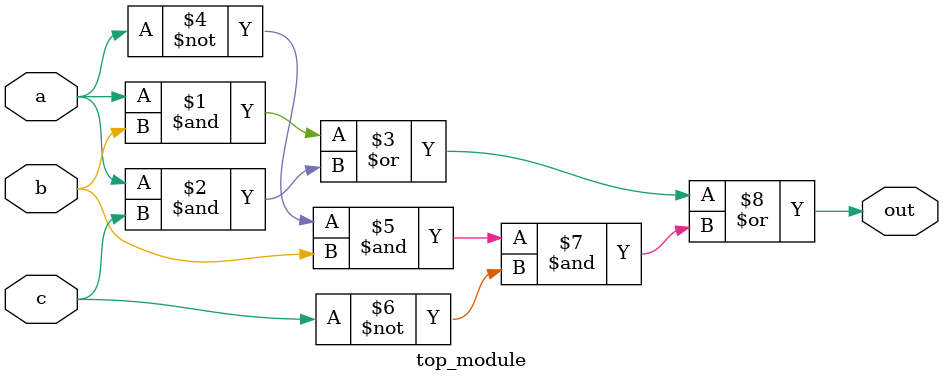
<source format=sv>
module top_module(
    input a, 
    input b,
    input c,
    output out
);

    assign out = (a & b) | (a & c) | (~a & b & ~c);

endmodule

</source>
